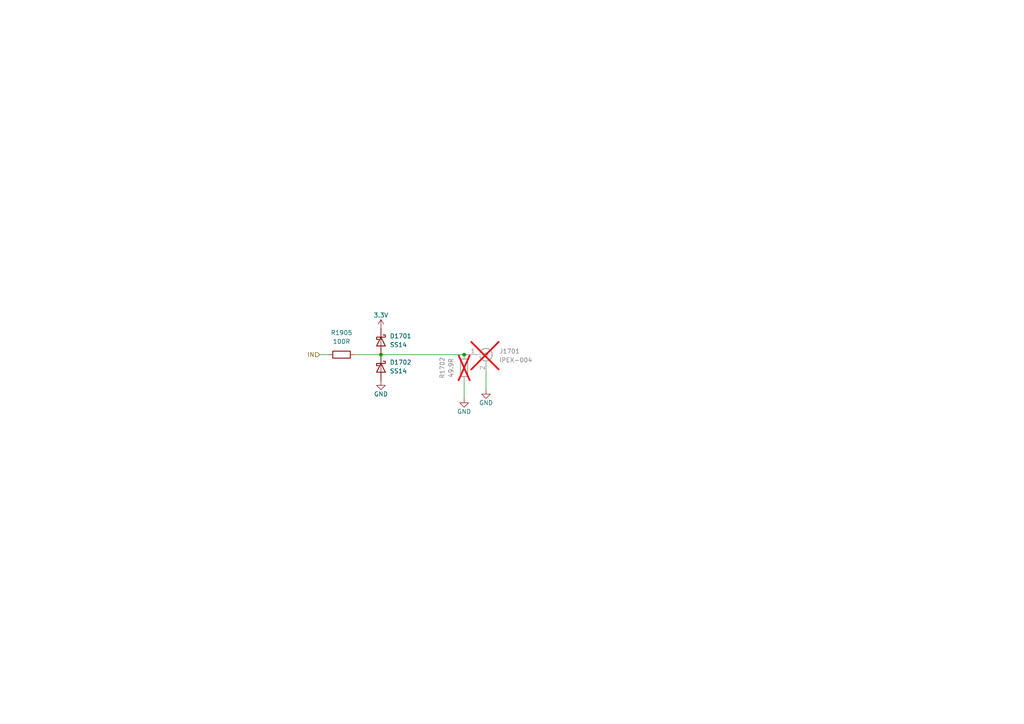
<source format=kicad_sch>
(kicad_sch (version 20250114) (generator "eeschema") (generator_version "9.0")
  (paper "A4")
  (lib_symbols
    (symbol "Connector:Conn_Coaxial" (pin_names (offset 1.016) (hide yes))
      (property "Reference" "J" (at 0.254 3.048 0))
      (property "Value" "Conn_Coaxial" (at 2.921 0 90))
      (symbol "Conn_Coaxial_0_1"
        (polyline (pts (xy -2.54 0) (xy -0.508 0)))
        (arc (start 1.778 0) (mid 0.222 -1.8079) (end -1.778 -0.508) (stroke (width 0.254)))
        (arc (start -1.778 0.508) (mid 0.2221 1.8084) (end 1.778 0) (stroke (width 0.254)))
        (circle (center 0 0) (radius 0.508) (stroke (width 0.2032)))
        (polyline (pts (xy 0 -2.54) (xy 0 -1.778)))
      )
      (symbol "Conn_Coaxial_1_1"
        (pin passive line (at -5.08 0 0) (length 2.54) (name "In") (number "1"))
        (pin passive line (at 0 -5.08 90) (length 2.54) (name "Ext") (number "2"))
      )
    )
    (symbol "Device:D_Schottky" (pin_numbers (hide yes)) (pin_names (offset 1.016) (hide yes))
      (property "Reference" "D" (at 0 2.54 0))
      (property "Value" "D_Schottky" (at 0 -2.54 0))
      (symbol "D_Schottky_0_1"
        (polyline (pts (xy -1.905 0.635) (xy -1.905 1.27) (xy -1.27 1.27) (xy -1.27 -1.27) (xy -0.635 -1.27) (xy -0.635 -0.635)) (stroke (width 0.254)))
        (polyline (pts (xy 1.27 1.27) (xy 1.27 -1.27) (xy -1.27 0) (xy 1.27 1.27)) (stroke (width 0.254)))
        (polyline (pts (xy 1.27 0) (xy -1.27 0)))
      )
      (symbol "D_Schottky_1_1"
        (pin passive line (at -3.81 0 0) (length 2.54) (name "K") (number "1"))
        (pin passive line (at 3.81 0 180) (length 2.54) (name "A") (number "2"))
      )
    )
    (symbol "Device:R" (pin_numbers (hide yes)) (pin_names (offset 0))
      (property "Reference" "R" (at 2.032 0 90))
      (property "Value" "R" (at 0 0 90))
      (symbol "R_0_1"
        (rectangle (start -1.016 -2.54) (end 1.016 2.54) (stroke (width 0.254)))
      )
      (symbol "R_1_1"
        (pin passive line (at 0 3.81 270) (length 1.27) (name "~") (number "1"))
        (pin passive line (at 0 -3.81 90) (length 1.27) (name "~") (number "2"))
      )
    )
    (symbol "power:3.3V" (power) (pin_names (offset 0))
      (property "Value" "3.3V" (at 0 3.556 0))
      (symbol "3.3V_0_1"
        (polyline (pts (xy -0.762 1.27) (xy 0 2.54)))
        (polyline (pts (xy 0 2.54) (xy 0.762 1.27)))
        (polyline (pts (xy 0 0) (xy 0 2.54)))
      )
      (symbol "3.3V_1_1"
        (pin power_in line (at 0 0 90) (length 0) (hide yes) (name "3.3V") (number "1"))
      )
    )
    (symbol "power:GND" (power) (pin_names (offset 0))
      (property "Value" "GND" (at 0 -3.81 0))
      (symbol "GND_0_1"
        (polyline (pts (xy 0 0) (xy 0 -1.27) (xy 1.27 -1.27) (xy 0 -2.54) (xy -1.27 -1.27) (xy 0 -1.27)))
      )
      (symbol "GND_1_1"
        (pin power_in line (at 0 0 270) (length 0) (hide yes) (name "GND") (number "1"))
      )
    )
  )
  (junction (at 134.62 102.87))
  (junction (at 110.49 102.87))
  (wire (pts (xy 134.62 102.87) (xy 135.89 102.87)))
  (wire (pts (xy 134.62 110.49) (xy 134.62 115.57)))
  (wire (pts (xy 140.97 107.95) (xy 140.97 113.03)))
  (wire (pts (xy 92.71 102.87) (xy 95.25 102.87)))
  (wire (pts (xy 102.87 102.87) (xy 110.49 102.87)))
  (wire (pts (xy 110.49 102.87) (xy 134.62 102.87)))
  (hierarchical_label "IN" (shape input) (at 92.71 102.87 180))
  (symbol (lib_id "Device:R") (at 134.62 106.68 180) (unit 1) (in_bom no) (dnp yes)
    (property "Reference" "R1402" (at 128.27 106.68 90))
    (property "Value" "49.9R" (at 130.81 106.68 90))
    (property "Footprint" "Resistor_SMD:R_0603_1608Metric" (effects (hide yes)))
    (property "Description" "Resistor" (effects (hide yes)))
    (instances (project "awg1" (path "" (reference "R1702") (unit 1)) (path "" (reference "R1402") (unit 1)) (path "" (reference "R1502") (unit 1)) (path "" (reference "R1602") (unit 1))))
  )
  (symbol (lib_id "power:GND") (at 140.97 113.03 0) (mirror y) (unit 1)
    (property "Reference" "#PWR01403" (effects (hide yes)))
    (property "Value" "GND" (at 140.97 116.84 0))
    (instances (project "awg1" (path "" (reference "#PWR01703") (unit 1)) (path "" (reference "#PWR01403") (unit 1)) (path "" (reference "#PWR01503") (unit 1)) (path "" (reference "#PWR01603") (unit 1))))
  )
  (symbol (lib_id "Device:D_Schottky") (at 110.49 99.06 270) (unit 1)
    (property "Reference" "D1401" (at 113.03 97.4724 90) (effects (justify left)))
    (property "Value" "SS14" (at 113.03 100.0124 90) (effects (justify left)))
    (property "Footprint" "Diode_SMD:D_SMA" (effects (hide yes)))
    (property "Description" "Schottky diode" (effects (hide yes)))
    (instances (project "awg1" (path "" (reference "D1701") (unit 1)) (path "" (reference "D1401") (unit 1)) (path "" (reference "D1501") (unit 1)) (path "" (reference "D1601") (unit 1))))
  )
  (symbol (lib_id "Connector:Conn_Coaxial") (at 140.97 102.87 0) (unit 1) (in_bom no) (dnp yes)
    (property "Reference" "J1401" (at 144.78 101.8932 0) (effects (justify left)))
    (property "Value" "IPEX-004" (at 144.78 104.4332 0) (effects (justify left)))
    (property "Footprint" "Connector_Coaxial:SMA_Amphenol_132289_EdgeMount" (effects (hide yes)))
    (instances (project "awg1" (path "" (reference "J1701") (unit 1)) (path "" (reference "J1401") (unit 1)) (path "" (reference "J1501") (unit 1)) (path "" (reference "J1601") (unit 1))))
  )
  (symbol (lib_id "Device:D_Schottky") (at 110.49 106.68 270) (unit 1)
    (property "Reference" "D1402" (at 113.03 105.0924 90) (effects (justify left)))
    (property "Value" "SS14" (at 113.03 107.6324 90) (effects (justify left)))
    (property "Footprint" "Diode_SMD:D_SMA" (effects (hide yes)))
    (property "Description" "Schottky diode" (effects (hide yes)))
    (instances (project "awg1" (path "" (reference "D1702") (unit 1)) (path "" (reference "D1402") (unit 1)) (path "" (reference "D1502") (unit 1)) (path "" (reference "D1602") (unit 1))))
  )
  (symbol (lib_id "power:GND") (at 110.49 110.49 0) (mirror y) (unit 1)
    (property "Reference" "#PWR01401" (effects (hide yes)))
    (property "Value" "GND" (at 110.49 114.3 0))
    (instances (project "awg1" (path "" (reference "#PWR01701") (unit 1)) (path "" (reference "#PWR01401") (unit 1)) (path "" (reference "#PWR01501") (unit 1)) (path "" (reference "#PWR01601") (unit 1))))
  )
  (symbol (lib_id "power:GND") (at 134.62 115.57 0) (mirror y) (unit 1)
    (property "Reference" "#PWR01402" (effects (hide yes)))
    (property "Value" "GND" (at 134.62 119.38 0))
    (instances (project "awg1" (path "" (reference "#PWR01702") (unit 1)) (path "" (reference "#PWR01402") (unit 1)) (path "" (reference "#PWR01502") (unit 1)) (path "" (reference "#PWR01602") (unit 1))))
  )
  (symbol (lib_id "Device:R") (at 99.06 102.87 270) (unit 1)
    (property "Reference" "R1901" (at 99.06 96.52 90))
    (property "Value" "100R" (at 99.06 99.06 90))
    (property "Footprint" "Resistor_SMD:R_0603_1608Metric" (effects (hide yes)))
    (property "Description" "Resistor" (effects (hide yes)))
    (instances (project "awg1" (path "" (reference "R1905") (unit 1)) (path "" (reference "R1901") (unit 1)) (path "" (reference "R1903") (unit 1)) (path "" (reference "R1904") (unit 1))))
  )
  (symbol (lib_id "power:3.3V") (at 110.49 95.25 0) (unit 1)
    (property "Reference" "#PWR0263" (effects (hide yes)))
    (property "Value" "3.3V" (at 110.49 91.44 0))
    (instances (project "awg1" (path "" (reference "#PWR0266") (unit 1)) (path "" (reference "#PWR0263") (unit 1)) (path "" (reference "#PWR0264") (unit 1)) (path "" (reference "#PWR0265") (unit 1))))
  )
)
</source>
